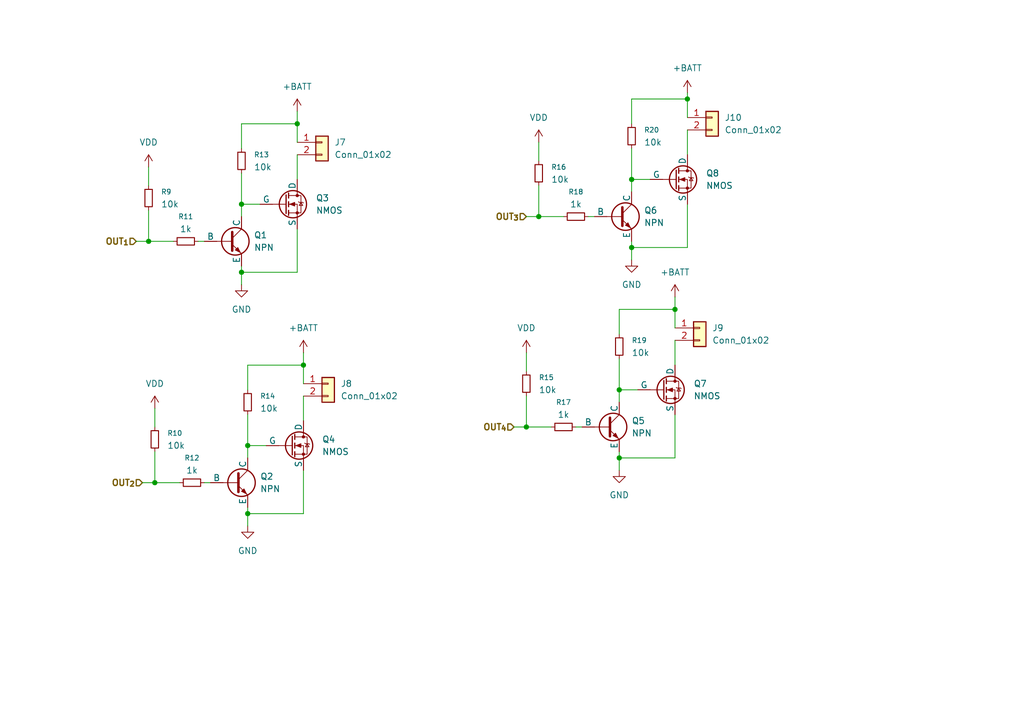
<source format=kicad_sch>
(kicad_sch (version 20250114) (generator "eeschema") (generator_version "9.0")
  (paper "A5")
  (lib_symbols
    (symbol "Connector_Generic:Conn_01x02" (pin_names (offset 1.016) (hide yes))
      (property "Reference" "J" (at 0 2.54 0))
      (property "Value" "Conn_01x02" (at 0 -5.08 0))
      (symbol "Conn_01x02_1_1"
        (rectangle (start -1.27 1.27) (end 1.27 -3.81) (stroke (width 0.254)) (fill (type background)))
        (rectangle (start -1.27 0.127) (end 0 -0.127) (stroke (width 0.1524)))
        (rectangle (start -1.27 -2.413) (end 0 -2.667) (stroke (width 0.1524)))
        (pin passive line (at -5.08 0 0) (length 3.81) (name "Pin_1") (number "1"))
        (pin passive line (at -5.08 -2.54 0) (length 3.81) (name "Pin_2") (number "2"))
      )
    )
    (symbol "Device:R_Small" (pin_numbers (hide yes)) (pin_names (offset 0.254) (hide yes))
      (property "Reference" "R" (at 0 0 90))
      (property "Value" "R_Small" (at 1.778 0 90))
      (symbol "R_Small_0_1"
        (rectangle (start -0.762 1.778) (end 0.762 -1.778) (stroke (width 0.2032)))
      )
      (symbol "R_Small_1_1"
        (pin passive line (at 0 2.54 270) (length 0.762) (name "~") (number "1"))
        (pin passive line (at 0 -2.54 90) (length 0.762) (name "~") (number "2"))
      )
    )
    (symbol "NMOS_1" (pin_numbers (hide yes)) (pin_names (offset 0))
      (property "Reference" "Q2" (at 6.35 1.2701 0))
      (property "Value" "NMOS" (at 6.35 -1.2699 0))
      (symbol "NMOS_1_0_1"
        (polyline (pts (xy 0.254 1.905) (xy 0.254 -1.905)) (stroke (width 0.254)))
        (polyline (pts (xy 0.254 0) (xy -2.54 0)))
        (polyline (pts (xy 0.762 2.286) (xy 0.762 1.27)) (stroke (width 0.254)))
        (polyline (pts (xy 0.762 0.508) (xy 0.762 -0.508)) (stroke (width 0.254)))
        (polyline (pts (xy 0.762 -1.27) (xy 0.762 -2.286)) (stroke (width 0.254)))
        (polyline (pts (xy 0.762 -1.778) (xy 3.302 -1.778) (xy 3.302 1.778) (xy 0.762 1.778)))
        (polyline (pts (xy 1.016 0) (xy 2.032 0.381) (xy 2.032 -0.381) (xy 1.016 0)) (fill (type outline)))
        (circle (center 1.651 0) (radius 2.794) (stroke (width 0.254)))
        (polyline (pts (xy 2.54 2.54) (xy 2.54 1.778)))
        (circle (center 2.54 1.778) (radius 0.254) (fill (type outline)))
        (circle (center 2.54 -1.778) (radius 0.254) (fill (type outline)))
        (polyline (pts (xy 2.54 -2.54) (xy 2.54 0) (xy 0.762 0)))
        (polyline (pts (xy 2.794 0.508) (xy 2.921 0.381) (xy 3.683 0.381) (xy 3.81 0.254)))
        (polyline (pts (xy 3.302 0.381) (xy 2.921 -0.254) (xy 3.683 -0.254) (xy 3.302 0.381)))
      )
      (symbol "NMOS_1_1_1"
        (pin input line (at -5.08 0 0) (length 2.54) (name "G") (number "1"))
        (pin passive line (at 2.54 5.08 270) (length 2.54) (name "D") (number "2"))
        (pin passive line (at 2.54 -5.08 90) (length 2.54) (name "S") (number "3"))
      )
    )
    (symbol "Simulation_SPICE:NPN" (pin_numbers (hide yes)) (pin_names (offset 0))
      (property "Reference" "Q" (at -2.54 7.62 0))
      (property "Value" "NPN" (at -2.54 5.08 0))
      (symbol "NPN_0_1"
        (polyline (pts (xy -2.54 0) (xy 0.635 0)) (stroke (width 0.1524)))
        (polyline (pts (xy 0.635 1.905) (xy 0.635 -1.905) (xy 0.635 -1.905)) (stroke (width 0.508)))
        (polyline (pts (xy 0.635 0.635) (xy 2.54 2.54)))
        (polyline (pts (xy 0.635 -0.635) (xy 2.54 -2.54) (xy 2.54 -2.54)))
        (circle (center 1.27 0) (radius 2.8194) (stroke (width 0.254)))
        (polyline (pts (xy 1.27 -1.778) (xy 1.778 -1.27) (xy 2.286 -2.286) (xy 1.27 -1.778) (xy 1.27 -1.778)) (fill (type outline)))
        (polyline (pts (xy 2.794 -1.27) (xy 2.794 -1.27)) (stroke (width 0.1524)))
        (polyline (pts (xy 2.794 -1.27) (xy 2.794 -1.27)) (stroke (width 0.1524)))
      )
      (symbol "NPN_1_1"
        (pin input line (at -5.08 0 0) (length 2.54) (name "B") (number "2"))
        (pin open_collector line (at 2.54 5.08 270) (length 2.54) (name "C") (number "1"))
        (pin open_emitter line (at 2.54 -5.08 90) (length 2.54) (name "E") (number "3"))
      )
    )
    (symbol "power:+BATT" (power) (pin_numbers (hide yes)) (pin_names (offset 0) (hide yes))
      (property "Value" "+BATT" (at 0 3.556 0))
      (symbol "+BATT_0_1"
        (polyline (pts (xy -0.762 1.27) (xy 0 2.54)))
        (polyline (pts (xy 0 2.54) (xy 0.762 1.27)))
        (polyline (pts (xy 0 0) (xy 0 2.54)))
      )
      (symbol "+BATT_1_1"
        (pin power_in line (at 0 0 90) (length 0) (name "~") (number "1"))
      )
    )
    (symbol "power:GND" (power) (pin_numbers (hide yes)) (pin_names (offset 0) (hide yes))
      (property "Value" "GND" (at 0 -3.81 0))
      (symbol "GND_0_1"
        (polyline (pts (xy 0 0) (xy 0 -1.27) (xy 1.27 -1.27) (xy 0 -2.54) (xy -1.27 -1.27) (xy 0 -1.27)))
      )
      (symbol "GND_1_1"
        (pin power_in line (at 0 0 270) (length 0) (name "~") (number "1"))
      )
    )
    (symbol "power:VDD" (power) (pin_numbers (hide yes)) (pin_names (offset 0) (hide yes))
      (property "Value" "VDD" (at 0 3.556 0))
      (symbol "VDD_0_1"
        (polyline (pts (xy -0.762 1.27) (xy 0 2.54)))
        (polyline (pts (xy 0 2.54) (xy 0.762 1.27)))
        (polyline (pts (xy 0 0) (xy 0 2.54)))
      )
      (symbol "VDD_1_1"
        (pin power_in line (at 0 0 90) (length 0) (name "~") (number "1"))
      )
    )
  )
  (junction (at 49.53 55.88))
  (junction (at 107.95 87.63))
  (junction (at 50.8 91.44))
  (junction (at 31.75 99.06))
  (junction (at 138.43 63.5))
  (junction (at 127 93.98))
  (junction (at 129.54 36.83))
  (junction (at 140.97 20.32))
  (junction (at 49.53 41.91))
  (junction (at 110.49 44.45))
  (junction (at 127 80.01))
  (junction (at 50.8 105.41))
  (junction (at 62.23 74.93))
  (junction (at 129.54 50.8))
  (junction (at 30.48 49.53))
  (junction (at 60.96 25.4))
  (wire (pts (xy 29.21 99.06) (xy 31.75 99.06)))
  (wire (pts (xy 31.75 83.82) (xy 31.75 87.63)))
  (wire (pts (xy 60.96 22.86) (xy 60.96 25.4)))
  (wire (pts (xy 60.96 31.75) (xy 60.96 36.83)))
  (wire (pts (xy 140.97 20.32) (xy 129.54 20.32)))
  (wire (pts (xy 30.48 34.29) (xy 30.48 38.1)))
  (wire (pts (xy 127 96.52) (xy 127 93.98)))
  (wire (pts (xy 62.23 74.93) (xy 50.8 74.93)))
  (wire (pts (xy 49.53 25.4) (xy 49.53 30.48)))
  (wire (pts (xy 110.49 29.21) (xy 110.49 33.02)))
  (wire (pts (xy 127 80.01) (xy 130.81 80.01)))
  (wire (pts (xy 107.95 87.63) (xy 113.03 87.63)))
  (wire (pts (xy 31.75 99.06) (xy 36.83 99.06)))
  (wire (pts (xy 138.43 93.98) (xy 138.43 85.09)))
  (wire (pts (xy 50.8 107.95) (xy 50.8 105.41)))
  (wire (pts (xy 60.96 55.88) (xy 60.96 46.99)))
  (wire (pts (xy 107.95 81.28) (xy 107.95 87.63)))
  (wire (pts (xy 62.23 81.28) (xy 62.23 86.36)))
  (wire (pts (xy 110.49 38.1) (xy 110.49 44.45)))
  (wire (pts (xy 50.8 91.44) (xy 54.61 91.44)))
  (wire (pts (xy 140.97 50.8) (xy 140.97 41.91)))
  (wire (pts (xy 129.54 50.8) (xy 129.54 49.53)))
  (wire (pts (xy 40.64 49.53) (xy 41.91 49.53)))
  (wire (pts (xy 107.95 72.39) (xy 107.95 76.2)))
  (wire (pts (xy 50.8 85.09) (xy 50.8 91.44)))
  (wire (pts (xy 138.43 69.85) (xy 138.43 74.93)))
  (wire (pts (xy 127 73.66) (xy 127 80.01)))
  (wire (pts (xy 50.8 91.44) (xy 50.8 93.98)))
  (wire (pts (xy 105.41 87.63) (xy 107.95 87.63)))
  (wire (pts (xy 129.54 50.8) (xy 140.97 50.8)))
  (wire (pts (xy 140.97 20.32) (xy 140.97 24.13)))
  (wire (pts (xy 129.54 36.83) (xy 133.35 36.83)))
  (wire (pts (xy 41.91 99.06) (xy 43.18 99.06)))
  (wire (pts (xy 50.8 105.41) (xy 62.23 105.41)))
  (wire (pts (xy 120.65 44.45) (xy 121.92 44.45)))
  (wire (pts (xy 27.94 49.53) (xy 30.48 49.53)))
  (wire (pts (xy 49.53 35.56) (xy 49.53 41.91)))
  (wire (pts (xy 62.23 72.39) (xy 62.23 74.93)))
  (wire (pts (xy 127 80.01) (xy 127 82.55)))
  (wire (pts (xy 50.8 105.41) (xy 50.8 104.14)))
  (wire (pts (xy 129.54 53.34) (xy 129.54 50.8)))
  (wire (pts (xy 129.54 30.48) (xy 129.54 36.83)))
  (wire (pts (xy 49.53 41.91) (xy 53.34 41.91)))
  (wire (pts (xy 49.53 41.91) (xy 49.53 44.45)))
  (wire (pts (xy 49.53 55.88) (xy 60.96 55.88)))
  (wire (pts (xy 129.54 36.83) (xy 129.54 39.37)))
  (wire (pts (xy 138.43 63.5) (xy 138.43 67.31)))
  (wire (pts (xy 50.8 74.93) (xy 50.8 80.01)))
  (wire (pts (xy 62.23 105.41) (xy 62.23 96.52)))
  (wire (pts (xy 138.43 60.96) (xy 138.43 63.5)))
  (wire (pts (xy 49.53 55.88) (xy 49.53 54.61)))
  (wire (pts (xy 138.43 63.5) (xy 127 63.5)))
  (wire (pts (xy 30.48 49.53) (xy 35.56 49.53)))
  (wire (pts (xy 127 93.98) (xy 138.43 93.98)))
  (wire (pts (xy 30.48 43.18) (xy 30.48 49.53)))
  (wire (pts (xy 127 93.98) (xy 127 92.71)))
  (wire (pts (xy 127 63.5) (xy 127 68.58)))
  (wire (pts (xy 107.95 44.45) (xy 110.49 44.45)))
  (wire (pts (xy 49.53 58.42) (xy 49.53 55.88)))
  (wire (pts (xy 118.11 87.63) (xy 119.38 87.63)))
  (wire (pts (xy 60.96 25.4) (xy 49.53 25.4)))
  (wire (pts (xy 31.75 92.71) (xy 31.75 99.06)))
  (wire (pts (xy 140.97 19.05) (xy 140.97 20.32)))
  (wire (pts (xy 62.23 74.93) (xy 62.23 78.74)))
  (wire (pts (xy 60.96 25.4) (xy 60.96 29.21)))
  (wire (pts (xy 110.49 44.45) (xy 115.57 44.45)))
  (wire (pts (xy 129.54 20.32) (xy 129.54 25.4)))
  (wire (pts (xy 140.97 26.67) (xy 140.97 31.75)))
  (hierarchical_label "OUT_{3}" (shape input) (at 107.95 44.45 180) (effects (font (thickness 0.254) (bold yes))))
  (hierarchical_label "OUT_{1}" (shape input) (at 27.94 49.53 180) (effects (font (thickness 0.254) (bold yes))))
  (hierarchical_label "OUT_{4}" (shape input) (at 105.41 87.63 180) (effects (font (thickness 0.254) (bold yes))))
  (hierarchical_label "OUT_{2}" (shape input) (at 29.21 99.06 180) (effects (font (thickness 0.254) (bold yes))))
  (symbol (lib_name "NMOS_1") (lib_id "Simulation_SPICE:NMOS") (at 58.42 41.91 0) (unit 1)
    (property "Reference" "Q3" (at 64.77 40.6399 0) (effects (justify left)))
    (property "Value" "NMOS" (at 64.77 43.1799 0) (effects (justify left)))
    (property "Footprint" "Package_TO_SOT_SMD:TO-263-2" (effects (hide yes)))
    (property "Datasheet" "https://ngspice.sourceforge.io/docs/ngspice-html-manual/manual.xhtml#cha_MOSFETs" (effects (hide yes)))
    (property "Description" "N-MOSFET transistor, drain/source/gate" (effects (hide yes)))
    (property "Sim.Device" "NMOS" (effects (hide yes)))
    (property "Sim.Type" "VDMOS" (effects (hide yes)))
    (property "Sim.Pins" "1=D 2=G 3=S" (effects (hide yes)))
  )
  (symbol (lib_id "power:VDD") (at 107.95 72.39 0) (unit 1)
    (property "Reference" "#PWR039" (effects (hide yes)))
    (property "Value" "VDD" (at 107.95 67.31 0))
    (property "Description" "Power symbol creates a global label with name \"VDD\"" (effects (hide yes)))
  )
  (symbol (lib_id "power:GND") (at 127 96.52 0) (unit 1)
    (property "Reference" "#PWR041" (effects (hide yes)))
    (property "Value" "GND" (at 127 101.6 0))
    (property "Description" "Power symbol creates a global label with name \"GND\" , ground" (effects (hide yes)))
  )
  (symbol (lib_id "power:+BATT") (at 140.97 19.05 0) (unit 1)
    (property "Reference" "#PWR044" (effects (hide yes)))
    (property "Value" "+BATT" (at 140.97 13.97 0))
    (property "Description" "Power symbol creates a global label with name \"+BATT\"" (effects (hide yes)))
  )
  (symbol (lib_name "NMOS_1") (lib_id "Simulation_SPICE:NMOS") (at 138.43 36.83 0) (unit 1)
    (property "Reference" "Q8" (at 144.78 35.5599 0) (effects (justify left)))
    (property "Value" "NMOS" (at 144.78 38.0999 0) (effects (justify left)))
    (property "Footprint" "Package_TO_SOT_SMD:TO-263-2" (effects (hide yes)))
    (property "Datasheet" "https://ngspice.sourceforge.io/docs/ngspice-html-manual/manual.xhtml#cha_MOSFETs" (effects (hide yes)))
    (property "Description" "N-MOSFET transistor, drain/source/gate" (effects (hide yes)))
    (property "Sim.Device" "NMOS" (effects (hide yes)))
    (property "Sim.Type" "VDMOS" (effects (hide yes)))
    (property "Sim.Pins" "1=D 2=G 3=S" (effects (hide yes)))
  )
  (symbol (lib_id "Simulation_SPICE:NPN") (at 46.99 49.53 0) (unit 1)
    (property "Reference" "Q1" (at 52.07 48.2599 0) (effects (justify left)))
    (property "Value" "NPN" (at 52.07 50.7999 0) (effects (justify left)))
    (property "Footprint" "Package_TO_SOT_SMD:TSOT-23" (effects (hide yes)))
    (property "Datasheet" "https://ngspice.sourceforge.io/docs/ngspice-html-manual/manual.xhtml#cha_BJTs" (effects (hide yes)))
    (property "Description" "Bipolar transistor symbol for simulation only, substrate tied to the emitter" (effects (hide yes)))
    (property "Sim.Device" "NPN" (effects (hide yes)))
    (property "Sim.Type" "GUMMELPOON" (effects (hide yes)))
    (property "Sim.Pins" "1=C 2=B 3=E" (effects (hide yes)))
  )
  (symbol (lib_id "Device:R_Small") (at 115.57 87.63 90) (unit 1)
    (property "Reference" "R17" (at 115.57 82.55 90) (effects (font (size 1.016 1.016))))
    (property "Value" "1k" (at 115.57 85.09 90))
    (property "Footprint" "Resistor_SMD:R_0805_2012Metric_Pad1.20x1.40mm_HandSolder" (effects (hide yes)))
    (property "Description" "Resistor, small symbol" (effects (hide yes)))
  )
  (symbol (lib_id "Device:R_Small") (at 118.11 44.45 90) (unit 1)
    (property "Reference" "R18" (at 118.11 39.37 90) (effects (font (size 1.016 1.016))))
    (property "Value" "1k" (at 118.11 41.91 90))
    (property "Footprint" "Resistor_SMD:R_0805_2012Metric_Pad1.20x1.40mm_HandSolder" (effects (hide yes)))
    (property "Description" "Resistor, small symbol" (effects (hide yes)))
  )
  (symbol (lib_id "Device:R_Small") (at 129.54 27.94 0) (unit 1)
    (property "Reference" "R20" (at 132.08 26.6699 0) (effects (font (size 1.016 1.016)) (justify left)))
    (property "Value" "10k" (at 132.08 29.2099 0) (effects (justify left)))
    (property "Footprint" "Resistor_SMD:R_0805_2012Metric_Pad1.20x1.40mm_HandSolder" (effects (hide yes)))
    (property "Description" "Resistor, small symbol" (effects (hide yes)))
  )
  (symbol (lib_id "Device:R_Small") (at 110.49 35.56 0) (unit 1)
    (property "Reference" "R16" (at 113.03 34.2899 0) (effects (font (size 1.016 1.016)) (justify left)))
    (property "Value" "10k" (at 113.03 36.8299 0) (effects (justify left)))
    (property "Footprint" "Resistor_SMD:R_0805_2012Metric_Pad1.20x1.40mm_HandSolder" (effects (hide yes)))
    (property "Description" "Resistor, small symbol" (effects (hide yes)))
  )
  (symbol (lib_id "power:GND") (at 49.53 58.42 0) (unit 1)
    (property "Reference" "#PWR035" (effects (hide yes)))
    (property "Value" "GND" (at 49.53 63.5 0))
    (property "Description" "Power symbol creates a global label with name \"GND\" , ground" (effects (hide yes)))
  )
  (symbol (lib_id "Device:R_Small") (at 127 71.12 0) (unit 1)
    (property "Reference" "R19" (at 129.54 69.8499 0) (effects (font (size 1.016 1.016)) (justify left)))
    (property "Value" "10k" (at 129.54 72.3899 0) (effects (justify left)))
    (property "Footprint" "Resistor_SMD:R_0805_2012Metric_Pad1.20x1.40mm_HandSolder" (effects (hide yes)))
    (property "Description" "Resistor, small symbol" (effects (hide yes)))
  )
  (symbol (lib_id "Connector_Generic:Conn_01x02") (at 66.04 29.21 0) (unit 1)
    (property "Reference" "J7" (at 68.58 29.2099 0) (effects (justify left)))
    (property "Value" "Conn_01x02" (at 68.58 31.7499 0) (effects (justify left)))
    (property "Footprint" "TerminalBlock:TerminalBlock_MaiXu_MX126-5.0-02P_1x02_P5.00mm" (effects (hide yes)))
    (property "Description" "Generic connector, single row, 01x02, script generated (kicad-library-utils/schlib/autogen/connector/)" (effects (hide yes)))
  )
  (symbol (lib_id "power:+BATT") (at 62.23 72.39 0) (unit 1)
    (property "Reference" "#PWR038" (effects (hide yes)))
    (property "Value" "+BATT" (at 62.23 67.31 0))
    (property "Description" "Power symbol creates a global label with name \"+BATT\"" (effects (hide yes)))
  )
  (symbol (lib_id "Device:R_Small") (at 31.75 90.17 0) (unit 1)
    (property "Reference" "R10" (at 34.29 88.8999 0) (effects (font (size 1.016 1.016)) (justify left)))
    (property "Value" "10k" (at 34.29 91.4399 0) (effects (justify left)))
    (property "Footprint" "Resistor_SMD:R_0805_2012Metric_Pad1.20x1.40mm_HandSolder" (effects (hide yes)))
    (property "Description" "Resistor, small symbol" (effects (hide yes)))
  )
  (symbol (lib_id "Device:R_Small") (at 39.37 99.06 90) (unit 1)
    (property "Reference" "R12" (at 39.37 93.98 90) (effects (font (size 1.016 1.016))))
    (property "Value" "1k" (at 39.37 96.52 90))
    (property "Footprint" "Resistor_SMD:R_0805_2012Metric_Pad1.20x1.40mm_HandSolder" (effects (hide yes)))
    (property "Description" "Resistor, small symbol" (effects (hide yes)))
  )
  (symbol (lib_name "NMOS_1") (lib_id "Simulation_SPICE:NMOS") (at 59.69 91.44 0) (unit 1)
    (property "Reference" "Q4" (at 66.04 90.1699 0) (effects (justify left)))
    (property "Value" "NMOS" (at 66.04 92.7099 0) (effects (justify left)))
    (property "Footprint" "Package_TO_SOT_SMD:TO-263-2" (effects (hide yes)))
    (property "Datasheet" "https://ngspice.sourceforge.io/docs/ngspice-html-manual/manual.xhtml#cha_MOSFETs" (effects (hide yes)))
    (property "Description" "N-MOSFET transistor, drain/source/gate" (effects (hide yes)))
    (property "Sim.Device" "NMOS" (effects (hide yes)))
    (property "Sim.Type" "VDMOS" (effects (hide yes)))
    (property "Sim.Pins" "1=D 2=G 3=S" (effects (hide yes)))
  )
  (symbol (lib_id "Connector_Generic:Conn_01x02") (at 67.31 78.74 0) (unit 1)
    (property "Reference" "J8" (at 69.85 78.7399 0) (effects (justify left)))
    (property "Value" "Conn_01x02" (at 69.85 81.2799 0) (effects (justify left)))
    (property "Footprint" "TerminalBlock:TerminalBlock_MaiXu_MX126-5.0-02P_1x02_P5.00mm" (effects (hide yes)))
    (property "Description" "Generic connector, single row, 01x02, script generated (kicad-library-utils/schlib/autogen/connector/)" (effects (hide yes)))
  )
  (symbol (lib_id "power:+BATT") (at 138.43 60.96 0) (unit 1)
    (property "Reference" "#PWR043" (effects (hide yes)))
    (property "Value" "+BATT" (at 138.43 55.88 0))
    (property "Description" "Power symbol creates a global label with name \"+BATT\"" (effects (hide yes)))
  )
  (symbol (lib_id "Device:R_Small") (at 107.95 78.74 0) (unit 1)
    (property "Reference" "R15" (at 110.49 77.4699 0) (effects (font (size 1.016 1.016)) (justify left)))
    (property "Value" "10k" (at 110.49 80.0099 0) (effects (justify left)))
    (property "Footprint" "Resistor_SMD:R_0805_2012Metric_Pad1.20x1.40mm_HandSolder" (effects (hide yes)))
    (property "Description" "Resistor, small symbol" (effects (hide yes)))
  )
  (symbol (lib_id "power:GND") (at 50.8 107.95 0) (unit 1)
    (property "Reference" "#PWR036" (effects (hide yes)))
    (property "Value" "GND" (at 50.8 113.03 0))
    (property "Description" "Power symbol creates a global label with name \"GND\" , ground" (effects (hide yes)))
  )
  (symbol (lib_id "Device:R_Small") (at 50.8 82.55 0) (unit 1)
    (property "Reference" "R14" (at 53.34 81.2799 0) (effects (font (size 1.016 1.016)) (justify left)))
    (property "Value" "10k" (at 53.34 83.8199 0) (effects (justify left)))
    (property "Footprint" "Resistor_SMD:R_0805_2012Metric_Pad1.20x1.40mm_HandSolder" (effects (hide yes)))
    (property "Description" "Resistor, small symbol" (effects (hide yes)))
  )
  (symbol (lib_id "Connector_Generic:Conn_01x02") (at 143.51 67.31 0) (unit 1)
    (property "Reference" "J9" (at 146.05 67.3099 0) (effects (justify left)))
    (property "Value" "Conn_01x02" (at 146.05 69.8499 0) (effects (justify left)))
    (property "Footprint" "TerminalBlock:TerminalBlock_MaiXu_MX126-5.0-02P_1x02_P5.00mm" (effects (hide yes)))
    (property "Description" "Generic connector, single row, 01x02, script generated (kicad-library-utils/schlib/autogen/connector/)" (effects (hide yes)))
  )
  (symbol (lib_id "power:VDD") (at 110.49 29.21 0) (unit 1)
    (property "Reference" "#PWR040" (effects (hide yes)))
    (property "Value" "VDD" (at 110.49 24.13 0))
    (property "Description" "Power symbol creates a global label with name \"VDD\"" (effects (hide yes)))
  )
  (symbol (lib_id "Device:R_Small") (at 30.48 40.64 0) (unit 1)
    (property "Reference" "R9" (at 33.02 39.3699 0) (effects (font (size 1.016 1.016)) (justify left)))
    (property "Value" "10k" (at 33.02 41.9099 0) (effects (justify left)))
    (property "Footprint" "Resistor_SMD:R_0805_2012Metric_Pad1.20x1.40mm_HandSolder" (effects (hide yes)))
    (property "Description" "Resistor, small symbol" (effects (hide yes)))
  )
  (symbol (lib_id "Simulation_SPICE:NPN") (at 127 44.45 0) (unit 1)
    (property "Reference" "Q6" (at 132.08 43.1799 0) (effects (justify left)))
    (property "Value" "NPN" (at 132.08 45.7199 0) (effects (justify left)))
    (property "Footprint" "Package_TO_SOT_SMD:TSOT-23" (effects (hide yes)))
    (property "Datasheet" "https://ngspice.sourceforge.io/docs/ngspice-html-manual/manual.xhtml#cha_BJTs" (effects (hide yes)))
    (property "Description" "Bipolar transistor symbol for simulation only, substrate tied to the emitter" (effects (hide yes)))
    (property "Sim.Device" "NPN" (effects (hide yes)))
    (property "Sim.Type" "GUMMELPOON" (effects (hide yes)))
    (property "Sim.Pins" "1=C 2=B 3=E" (effects (hide yes)))
  )
  (symbol (lib_id "power:VDD") (at 31.75 83.82 0) (unit 1)
    (property "Reference" "#PWR034" (effects (hide yes)))
    (property "Value" "VDD" (at 31.75 78.74 0))
    (property "Description" "Power symbol creates a global label with name \"VDD\"" (effects (hide yes)))
  )
  (symbol (lib_id "Simulation_SPICE:NPN") (at 124.46 87.63 0) (unit 1)
    (property "Reference" "Q5" (at 129.54 86.3599 0) (effects (justify left)))
    (property "Value" "NPN" (at 129.54 88.8999 0) (effects (justify left)))
    (property "Footprint" "Package_TO_SOT_SMD:TSOT-23" (effects (hide yes)))
    (property "Datasheet" "https://ngspice.sourceforge.io/docs/ngspice-html-manual/manual.xhtml#cha_BJTs" (effects (hide yes)))
    (property "Description" "Bipolar transistor symbol for simulation only, substrate tied to the emitter" (effects (hide yes)))
    (property "Sim.Device" "NPN" (effects (hide yes)))
    (property "Sim.Type" "GUMMELPOON" (effects (hide yes)))
    (property "Sim.Pins" "1=C 2=B 3=E" (effects (hide yes)))
  )
  (symbol (lib_id "Device:R_Small") (at 38.1 49.53 90) (unit 1)
    (property "Reference" "R11" (at 38.1 44.45 90) (effects (font (size 1.016 1.016))))
    (property "Value" "1k" (at 38.1 46.99 90))
    (property "Footprint" "Resistor_SMD:R_0805_2012Metric_Pad1.20x1.40mm_HandSolder" (effects (hide yes)))
    (property "Description" "Resistor, small symbol" (effects (hide yes)))
  )
  (symbol (lib_id "power:+BATT") (at 60.96 22.86 0) (unit 1)
    (property "Reference" "#PWR037" (effects (hide yes)))
    (property "Value" "+BATT" (at 60.96 17.78 0))
    (property "Description" "Power symbol creates a global label with name \"+BATT\"" (effects (hide yes)))
  )
  (symbol (lib_id "Device:R_Small") (at 49.53 33.02 0) (unit 1)
    (property "Reference" "R13" (at 52.07 31.7499 0) (effects (font (size 1.016 1.016)) (justify left)))
    (property "Value" "10k" (at 52.07 34.2899 0) (effects (justify left)))
    (property "Footprint" "Resistor_SMD:R_0805_2012Metric_Pad1.20x1.40mm_HandSolder" (effects (hide yes)))
    (property "Description" "Resistor, small symbol" (effects (hide yes)))
  )
  (symbol (lib_id "power:VDD") (at 30.48 34.29 0) (unit 1)
    (property "Reference" "#PWR033" (effects (hide yes)))
    (property "Value" "VDD" (at 30.48 29.21 0))
    (property "Description" "Power symbol creates a global label with name \"VDD\"" (effects (hide yes)))
  )
  (symbol (lib_id "Simulation_SPICE:NPN") (at 48.26 99.06 0) (unit 1)
    (property "Reference" "Q2" (at 53.34 97.7899 0) (effects (justify left)))
    (property "Value" "NPN" (at 53.34 100.3299 0) (effects (justify left)))
    (property "Footprint" "Package_TO_SOT_SMD:TSOT-23" (effects (hide yes)))
    (property "Datasheet" "https://ngspice.sourceforge.io/docs/ngspice-html-manual/manual.xhtml#cha_BJTs" (effects (hide yes)))
    (property "Description" "Bipolar transistor symbol for simulation only, substrate tied to the emitter" (effects (hide yes)))
    (property "Sim.Device" "NPN" (effects (hide yes)))
    (property "Sim.Type" "GUMMELPOON" (effects (hide yes)))
    (property "Sim.Pins" "1=C 2=B 3=E" (effects (hide yes)))
  )
  (symbol (lib_id "power:GND") (at 129.54 53.34 0) (unit 1)
    (property "Reference" "#PWR042" (effects (hide yes)))
    (property "Value" "GND" (at 129.54 58.42 0))
    (property "Description" "Power symbol creates a global label with name \"GND\" , ground" (effects (hide yes)))
  )
  (symbol (lib_id "Connector_Generic:Conn_01x02") (at 146.05 24.13 0) (unit 1)
    (property "Reference" "J10" (at 148.59 24.1299 0) (effects (justify left)))
    (property "Value" "Conn_01x02" (at 148.59 26.6699 0) (effects (justify left)))
    (property "Footprint" "TerminalBlock:TerminalBlock_MaiXu_MX126-5.0-02P_1x02_P5.00mm" (effects (hide yes)))
    (property "Description" "Generic connector, single row, 01x02, script generated (kicad-library-utils/schlib/autogen/connector/)" (effects (hide yes)))
  )
  (symbol (lib_name "NMOS_1") (lib_id "Simulation_SPICE:NMOS") (at 135.89 80.01 0) (unit 1)
    (property "Reference" "Q7" (at 142.24 78.7399 0) (effects (justify left)))
    (property "Value" "NMOS" (at 142.24 81.2799 0) (effects (justify left)))
    (property "Footprint" "Package_TO_SOT_SMD:TO-263-2" (effects (hide yes)))
    (property "Datasheet" "https://ngspice.sourceforge.io/docs/ngspice-html-manual/manual.xhtml#cha_MOSFETs" (effects (hide yes)))
    (property "Description" "N-MOSFET transistor, drain/source/gate" (effects (hide yes)))
    (property "Sim.Device" "NMOS" (effects (hide yes)))
    (property "Sim.Type" "VDMOS" (effects (hide yes)))
    (property "Sim.Pins" "1=D 2=G 3=S" (effects (hide yes)))
  )
)
</source>
